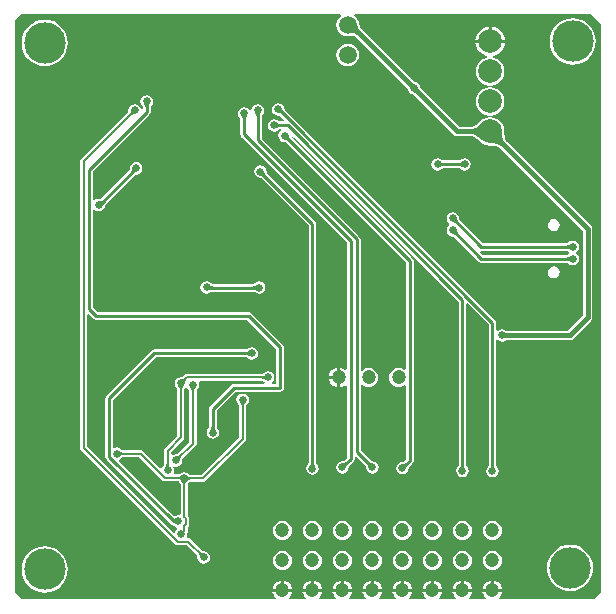
<source format=gbl>
G04*
G04 #@! TF.GenerationSoftware,Altium Limited,Altium Designer,18.1.8 (232)*
G04*
G04 Layer_Physical_Order=2*
G04 Layer_Color=16711680*
%FSLAX25Y25*%
%MOIN*%
G70*
G01*
G75*
%ADD10C,0.00984*%
%ADD11C,0.00787*%
%ADD32C,0.04724*%
%ADD78C,0.01575*%
%ADD80C,0.13780*%
%ADD81C,0.07874*%
%ADD82C,0.05906*%
%ADD83C,0.02559*%
G36*
X114466Y192313D02*
X114785Y191347D01*
X114905Y191068D01*
X115032Y190811D01*
X115166Y190577D01*
X115307Y190364D01*
X115455Y190173D01*
X115610Y190003D01*
X114783Y188603D01*
X114587Y188779D01*
X114378Y188928D01*
X114155Y189050D01*
X113920Y189145D01*
X113672Y189212D01*
X113411Y189252D01*
X113137Y189265D01*
X112849Y189251D01*
X112549Y189209D01*
X112236Y189140D01*
X114374Y192678D01*
X114466Y192313D01*
D02*
G37*
G36*
X132904Y172711D02*
X133305Y172364D01*
X133362Y172327D01*
X133411Y172300D01*
X133453Y172284D01*
X133487Y172280D01*
X132220Y171013D01*
X132215Y171047D01*
X132200Y171089D01*
X132173Y171138D01*
X132136Y171195D01*
X132088Y171260D01*
X131960Y171413D01*
X131789Y171596D01*
X131687Y171699D01*
X132801Y172813D01*
X132904Y172711D01*
D02*
G37*
G36*
X134784Y170953D02*
X134800Y170911D01*
X134827Y170862D01*
X134864Y170805D01*
X134912Y170740D01*
X135040Y170587D01*
X135211Y170404D01*
X135313Y170301D01*
X134199Y169187D01*
X134096Y169289D01*
X133695Y169636D01*
X133638Y169673D01*
X133589Y169700D01*
X133547Y169715D01*
X133513Y169720D01*
X134780Y170987D01*
X134784Y170953D01*
D02*
G37*
G36*
X89642Y163931D02*
X89671Y163824D01*
X89708Y163719D01*
X89751Y163616D01*
X89801Y163515D01*
X89859Y163416D01*
X89923Y163320D01*
X89994Y163226D01*
X90073Y163134D01*
X90158Y163044D01*
X89598Y162211D01*
X89505Y162298D01*
X89411Y162373D01*
X89315Y162437D01*
X89217Y162490D01*
X89117Y162531D01*
X89017Y162562D01*
X88914Y162581D01*
X88810Y162588D01*
X88705Y162585D01*
X88597Y162570D01*
X89620Y164041D01*
X89642Y163931D01*
D02*
G37*
G36*
X87995Y159319D02*
X88082Y159250D01*
X88173Y159190D01*
X88269Y159137D01*
X88370Y159093D01*
X88476Y159057D01*
X88587Y159028D01*
X88703Y159008D01*
X88823Y158996D01*
X88949Y158992D01*
Y158008D01*
X88823Y158004D01*
X88703Y157992D01*
X88587Y157972D01*
X88476Y157943D01*
X88370Y157907D01*
X88269Y157863D01*
X88173Y157810D01*
X88082Y157750D01*
X87995Y157681D01*
X87914Y157604D01*
Y159396D01*
X87995Y159319D01*
D02*
G37*
G36*
X156188Y153744D02*
X155807Y154118D01*
X155071Y154748D01*
X154717Y155004D01*
X154372Y155220D01*
X154035Y155398D01*
X153708Y155535D01*
X153390Y155634D01*
X153080Y155693D01*
X152780Y155713D01*
Y157287D01*
X153080Y157307D01*
X153390Y157366D01*
X153708Y157465D01*
X154035Y157602D01*
X154372Y157780D01*
X154717Y157996D01*
X155071Y158252D01*
X155435Y158547D01*
X156188Y159256D01*
Y153744D01*
D02*
G37*
G36*
X91783Y154875D02*
X91795Y154766D01*
X91817Y154658D01*
X91848Y154553D01*
X91888Y154450D01*
X91938Y154350D01*
X91996Y154251D01*
X92063Y154155D01*
X92140Y154061D01*
X92226Y153970D01*
X91530Y153274D01*
X91439Y153360D01*
X91345Y153437D01*
X91249Y153504D01*
X91150Y153562D01*
X91050Y153612D01*
X90947Y153652D01*
X90842Y153683D01*
X90734Y153705D01*
X90625Y153717D01*
X90513Y153720D01*
X91780Y154987D01*
X91783Y154875D01*
D02*
G37*
G36*
X162942Y155927D02*
X163017Y154961D01*
X163086Y154529D01*
X163178Y154132D01*
X163290Y153769D01*
X163424Y153440D01*
X163579Y153145D01*
X163756Y152885D01*
X163955Y152659D01*
X162841Y151545D01*
X162615Y151744D01*
X162355Y151920D01*
X162060Y152076D01*
X161731Y152210D01*
X161368Y152322D01*
X160971Y152414D01*
X160539Y152483D01*
X160073Y152531D01*
X159039Y152563D01*
X162937Y156461D01*
X162942Y155927D01*
D02*
G37*
G36*
X196000Y192000D02*
Y3000D01*
X193500Y500D01*
X162188D01*
X162018Y1000D01*
X162151Y1102D01*
X162690Y1804D01*
X163029Y2622D01*
X163079Y3000D01*
X156428D01*
X156478Y2622D01*
X156816Y1804D01*
X157355Y1102D01*
X157488Y1000D01*
X157319Y500D01*
X152188D01*
X152018Y1000D01*
X152151Y1102D01*
X152690Y1804D01*
X153029Y2622D01*
X153079Y3000D01*
X146428D01*
X146478Y2622D01*
X146817Y1804D01*
X147355Y1102D01*
X147488Y1000D01*
X147319Y500D01*
X142188D01*
X142018Y1000D01*
X142151Y1102D01*
X142690Y1804D01*
X143029Y2622D01*
X143079Y3000D01*
X136428D01*
X136478Y2622D01*
X136817Y1804D01*
X137355Y1102D01*
X137488Y1000D01*
X137319Y500D01*
X132188D01*
X132018Y1000D01*
X132151Y1102D01*
X132690Y1804D01*
X133029Y2622D01*
X133079Y3000D01*
X126428D01*
X126478Y2622D01*
X126816Y1804D01*
X127355Y1102D01*
X127488Y1000D01*
X127319Y500D01*
X122188D01*
X122018Y1000D01*
X122151Y1102D01*
X122690Y1804D01*
X123029Y2622D01*
X123079Y3000D01*
X116428D01*
X116478Y2622D01*
X116816Y1804D01*
X117355Y1102D01*
X117488Y1000D01*
X117319Y500D01*
X112188D01*
X112018Y1000D01*
X112151Y1102D01*
X112690Y1804D01*
X113029Y2622D01*
X113079Y3000D01*
X106428D01*
X106478Y2622D01*
X106816Y1804D01*
X107355Y1102D01*
X107488Y1000D01*
X107319Y500D01*
X102188D01*
X102018Y1000D01*
X102151Y1102D01*
X102690Y1804D01*
X103029Y2622D01*
X103079Y3000D01*
X96428D01*
X96478Y2622D01*
X96816Y1804D01*
X97355Y1102D01*
X97488Y1000D01*
X97319Y500D01*
X92188D01*
X92018Y1000D01*
X92151Y1102D01*
X92690Y1804D01*
X93029Y2622D01*
X93079Y3000D01*
X86428D01*
X86478Y2622D01*
X86817Y1804D01*
X87355Y1102D01*
X87488Y1000D01*
X87319Y500D01*
X3000D01*
X500Y3000D01*
Y193500D01*
X2500Y195500D01*
X109096D01*
X109266Y195000D01*
X108833Y194667D01*
X108233Y193886D01*
X107856Y192976D01*
X107728Y192000D01*
X107856Y191024D01*
X108233Y190114D01*
X108833Y189332D01*
X109614Y188733D01*
X110524Y188356D01*
X111500Y188228D01*
X112476Y188356D01*
X112554Y188388D01*
X112690Y188418D01*
X112924Y188451D01*
X113138Y188461D01*
X113331Y188452D01*
X113505Y188425D01*
X113665Y188382D01*
X113812Y188323D01*
X113951Y188247D01*
X114061Y188169D01*
X131409Y170820D01*
X131434Y170790D01*
X131553Y170194D01*
X132010Y169510D01*
X132694Y169053D01*
X133276Y168937D01*
X133397Y168832D01*
X146865Y155365D01*
X146865Y155365D01*
X147386Y155017D01*
X148000Y154894D01*
X148000Y154894D01*
X152982D01*
X153195Y154854D01*
X153433Y154780D01*
X153692Y154671D01*
X153971Y154524D01*
X154268Y154338D01*
X154574Y154117D01*
X155264Y153526D01*
X155518Y153277D01*
X155631Y153130D01*
X156617Y152373D01*
X157767Y151897D01*
X159000Y151735D01*
X159162Y151756D01*
X160020Y151730D01*
X160434Y151687D01*
X160817Y151625D01*
X161159Y151547D01*
X161460Y151453D01*
X161720Y151347D01*
X161940Y151231D01*
X162120Y151109D01*
X189894Y123335D01*
Y95165D01*
X184835Y90106D01*
X164351D01*
X164312Y90109D01*
X163806Y90447D01*
X163000Y90607D01*
X162194Y90447D01*
X161564Y90027D01*
X161064Y90155D01*
Y92746D01*
X160965Y93245D01*
X160682Y93668D01*
X90616Y163735D01*
X90578Y163785D01*
X90540Y163841D01*
X90508Y163896D01*
X90481Y163951D01*
X90458Y164006D01*
X90439Y164061D01*
X90424Y164117D01*
X90407Y164201D01*
X90378Y164270D01*
X90305Y164633D01*
X89848Y165317D01*
X89165Y165774D01*
X88358Y165934D01*
X87552Y165774D01*
X86868Y165317D01*
X86411Y164633D01*
X86251Y163827D01*
X86411Y163020D01*
X86868Y162337D01*
X87552Y161880D01*
X88358Y161719D01*
X88652Y161778D01*
X88708Y161775D01*
X88774Y161784D01*
X88794Y161785D01*
X88811Y161783D01*
X88828Y161780D01*
X88847Y161775D01*
X88871Y161765D01*
X88900Y161748D01*
X88936Y161725D01*
X90394Y160266D01*
X90203Y159805D01*
X88810D01*
X88756Y159814D01*
X88706Y159827D01*
X88662Y159842D01*
X88623Y159859D01*
X88588Y159878D01*
X88554Y159900D01*
X88546Y159907D01*
X88490Y159990D01*
X87806Y160447D01*
X87000Y160607D01*
X86194Y160447D01*
X85510Y159990D01*
X85053Y159307D01*
X84893Y158500D01*
X85053Y157694D01*
X85510Y157010D01*
X86194Y156553D01*
X87000Y156393D01*
X87806Y156553D01*
X88490Y157010D01*
X88546Y157093D01*
X88554Y157099D01*
X88588Y157122D01*
X88623Y157141D01*
X88662Y157158D01*
X88699Y157171D01*
X89169Y157182D01*
X89317Y156695D01*
X89010Y156490D01*
X88553Y155807D01*
X88393Y155000D01*
X88553Y154193D01*
X89010Y153510D01*
X89693Y153053D01*
X90500Y152893D01*
X90598Y152912D01*
X90609Y152911D01*
X90648Y152903D01*
X90687Y152891D01*
X90727Y152876D01*
X90768Y152856D01*
X90812Y152830D01*
X90857Y152798D01*
X130837Y112818D01*
Y77307D01*
X130337Y77060D01*
X130088Y77251D01*
X129322Y77569D01*
X128500Y77677D01*
X127678Y77569D01*
X126912Y77251D01*
X126254Y76746D01*
X125749Y76088D01*
X125432Y75322D01*
X125323Y74500D01*
X125432Y73678D01*
X125749Y72912D01*
X126254Y72254D01*
X126912Y71749D01*
X127678Y71431D01*
X128500Y71323D01*
X129322Y71431D01*
X130088Y71749D01*
X130337Y71940D01*
X130837Y71693D01*
Y47175D01*
X130111Y46449D01*
X130066Y46417D01*
X130022Y46391D01*
X129980Y46371D01*
X129941Y46355D01*
X129902Y46344D01*
X129862Y46336D01*
X129851Y46335D01*
X129753Y46354D01*
X128947Y46194D01*
X128263Y45737D01*
X127806Y45053D01*
X127646Y44247D01*
X127806Y43440D01*
X128263Y42756D01*
X128947Y42300D01*
X129753Y42139D01*
X130560Y42300D01*
X131244Y42756D01*
X131700Y43440D01*
X131861Y44247D01*
X131841Y44344D01*
X131843Y44355D01*
X131851Y44395D01*
X131862Y44434D01*
X131878Y44473D01*
X131898Y44515D01*
X131924Y44559D01*
X131956Y44604D01*
X133064Y45713D01*
X133347Y46136D01*
X133446Y46635D01*
Y113358D01*
X133347Y113857D01*
X133064Y114281D01*
X92868Y154477D01*
X92879Y154569D01*
X93405Y154750D01*
X148449Y99706D01*
Y45174D01*
X148439Y45120D01*
X148427Y45071D01*
X148412Y45027D01*
X148395Y44988D01*
X148375Y44952D01*
X148353Y44919D01*
X148346Y44910D01*
X148263Y44855D01*
X147806Y44171D01*
X147646Y43365D01*
X147806Y42558D01*
X148263Y41875D01*
X148947Y41418D01*
X149753Y41257D01*
X150560Y41418D01*
X151244Y41875D01*
X151700Y42558D01*
X151861Y43365D01*
X151700Y44171D01*
X151244Y44855D01*
X151161Y44910D01*
X151154Y44919D01*
X151131Y44952D01*
X151112Y44988D01*
X151095Y45027D01*
X151080Y45071D01*
X151067Y45120D01*
X151058Y45174D01*
Y98949D01*
X151520Y99141D01*
X158455Y92205D01*
Y45050D01*
X158446Y44996D01*
X158433Y44946D01*
X158418Y44903D01*
X158401Y44864D01*
X158382Y44828D01*
X158359Y44794D01*
X158353Y44786D01*
X158270Y44730D01*
X157813Y44047D01*
X157652Y43240D01*
X157813Y42434D01*
X158270Y41750D01*
X158953Y41293D01*
X159760Y41133D01*
X160566Y41293D01*
X161250Y41750D01*
X161707Y42434D01*
X161867Y43240D01*
X161707Y44047D01*
X161250Y44730D01*
X161167Y44786D01*
X161160Y44794D01*
X161138Y44828D01*
X161118Y44864D01*
X161101Y44903D01*
X161086Y44946D01*
X161074Y44996D01*
X161064Y45050D01*
Y86845D01*
X161564Y86973D01*
X162194Y86553D01*
X163000Y86393D01*
X163806Y86553D01*
X164300Y86883D01*
X164460Y86894D01*
X185500D01*
X185500Y86894D01*
X186115Y87017D01*
X186635Y87365D01*
X192635Y93365D01*
X192983Y93885D01*
X193106Y94500D01*
Y124000D01*
X193106Y124000D01*
X192983Y124615D01*
X192635Y125135D01*
X164391Y153380D01*
X164269Y153560D01*
X164153Y153780D01*
X164047Y154040D01*
X163953Y154341D01*
X163875Y154683D01*
X163815Y155056D01*
X163745Y155961D01*
X163741Y156317D01*
X163765Y156500D01*
X163603Y157733D01*
X163127Y158883D01*
X162370Y159870D01*
X161383Y160627D01*
X160233Y161103D01*
X159356Y161218D01*
X159132Y161248D01*
Y161752D01*
X159356Y161782D01*
X160233Y161897D01*
X161383Y162373D01*
X162370Y163130D01*
X163127Y164117D01*
X163603Y165267D01*
X163765Y166500D01*
X163603Y167733D01*
X163127Y168883D01*
X162370Y169869D01*
X161383Y170627D01*
X160233Y171103D01*
X159356Y171218D01*
X159132Y171248D01*
Y171752D01*
X159356Y171782D01*
X160233Y171897D01*
X161383Y172373D01*
X162370Y173131D01*
X163127Y174117D01*
X163603Y175267D01*
X163765Y176500D01*
X163603Y177733D01*
X163127Y178883D01*
X162370Y179869D01*
X161383Y180627D01*
X160233Y181103D01*
X159946Y181141D01*
Y181645D01*
X160289Y181690D01*
X161490Y182187D01*
X162521Y182979D01*
X163312Y184010D01*
X163810Y185211D01*
X163914Y186000D01*
X159000D01*
X154086D01*
X154190Y185211D01*
X154688Y184010D01*
X155479Y182979D01*
X156510Y182187D01*
X157711Y181690D01*
X158054Y181645D01*
Y181141D01*
X157767Y181103D01*
X156617Y180627D01*
X155631Y179869D01*
X154873Y178883D01*
X154397Y177733D01*
X154235Y176500D01*
X154397Y175267D01*
X154873Y174117D01*
X155631Y173131D01*
X156617Y172373D01*
X157767Y171897D01*
X158644Y171782D01*
X158868Y171752D01*
Y171248D01*
X158644Y171218D01*
X157767Y171103D01*
X156617Y170627D01*
X155631Y169869D01*
X154873Y168883D01*
X154397Y167733D01*
X154235Y166500D01*
X154397Y165267D01*
X154873Y164117D01*
X155631Y163130D01*
X156617Y162373D01*
X157767Y161897D01*
X158644Y161782D01*
X158868Y161752D01*
Y161248D01*
X158644Y161218D01*
X157767Y161103D01*
X156617Y160627D01*
X155631Y159870D01*
X155531Y159740D01*
X154906Y159152D01*
X154583Y158889D01*
X154268Y158662D01*
X153971Y158476D01*
X153692Y158329D01*
X153433Y158220D01*
X153195Y158146D01*
X152982Y158106D01*
X148665D01*
X135591Y171180D01*
X135566Y171210D01*
X135447Y171807D01*
X134990Y172490D01*
X134307Y172947D01*
X133724Y173063D01*
X133603Y173168D01*
X116033Y190737D01*
X115960Y190832D01*
X115850Y190998D01*
X115741Y191189D01*
X115634Y191406D01*
X115536Y191632D01*
X115237Y192537D01*
X115163Y192833D01*
X115144Y192976D01*
X114767Y193886D01*
X114167Y194667D01*
X113734Y195000D01*
X113904Y195500D01*
X192500D01*
X196000Y192000D01*
D02*
G37*
G36*
X163942Y89375D02*
X163982Y89357D01*
X164036Y89340D01*
X164103Y89326D01*
X164182Y89315D01*
X164381Y89297D01*
X164631Y89289D01*
X164776Y89287D01*
Y87713D01*
X164631Y87712D01*
X164103Y87674D01*
X164036Y87660D01*
X163982Y87643D01*
X163942Y87625D01*
X163914Y87604D01*
Y89396D01*
X163942Y89375D01*
D02*
G37*
G36*
X150250Y45188D02*
X150262Y45068D01*
X150282Y44952D01*
X150310Y44841D01*
X150346Y44735D01*
X150391Y44634D01*
X150443Y44538D01*
X150504Y44447D01*
X150572Y44360D01*
X150649Y44278D01*
X148858D01*
X148934Y44360D01*
X149003Y44447D01*
X149064Y44538D01*
X149116Y44634D01*
X149160Y44735D01*
X149197Y44841D01*
X149225Y44952D01*
X149245Y45068D01*
X149257Y45188D01*
X149261Y45314D01*
X150245D01*
X150250Y45188D01*
D02*
G37*
G36*
X131479Y45277D02*
X131394Y45185D01*
X131317Y45091D01*
X131249Y44995D01*
X131191Y44897D01*
X131142Y44796D01*
X131102Y44693D01*
X131071Y44588D01*
X131049Y44481D01*
X131036Y44371D01*
X131033Y44259D01*
X129766Y45526D01*
X129878Y45529D01*
X129988Y45542D01*
X130095Y45564D01*
X130200Y45595D01*
X130303Y45635D01*
X130404Y45684D01*
X130502Y45742D01*
X130598Y45810D01*
X130692Y45887D01*
X130783Y45973D01*
X131479Y45277D01*
D02*
G37*
G36*
X160256Y45064D02*
X160268Y44943D01*
X160288Y44827D01*
X160317Y44716D01*
X160353Y44611D01*
X160397Y44509D01*
X160450Y44413D01*
X160510Y44322D01*
X160579Y44236D01*
X160655Y44154D01*
X158864D01*
X158941Y44236D01*
X159009Y44322D01*
X159070Y44413D01*
X159122Y44509D01*
X159167Y44611D01*
X159203Y44716D01*
X159231Y44827D01*
X159251Y44943D01*
X159264Y45064D01*
X159268Y45189D01*
X160252D01*
X160256Y45064D01*
D02*
G37*
%LPC*%
G36*
X159500Y191414D02*
Y187000D01*
X163914D01*
X163810Y187789D01*
X163312Y188990D01*
X162521Y190021D01*
X161490Y190813D01*
X160289Y191310D01*
X159500Y191414D01*
D02*
G37*
G36*
X158500D02*
X157711Y191310D01*
X156510Y190813D01*
X155479Y190021D01*
X154688Y188990D01*
X154190Y187789D01*
X154086Y187000D01*
X158500D01*
Y191414D01*
D02*
G37*
G36*
X186500Y194214D02*
X184995Y194066D01*
X183548Y193627D01*
X182214Y192914D01*
X181045Y191955D01*
X180086Y190786D01*
X179373Y189452D01*
X178934Y188005D01*
X178786Y186500D01*
X178934Y184995D01*
X179373Y183548D01*
X180086Y182214D01*
X181045Y181045D01*
X182214Y180086D01*
X183548Y179373D01*
X184995Y178934D01*
X186500Y178786D01*
X188005Y178934D01*
X189452Y179373D01*
X190786Y180086D01*
X191955Y181045D01*
X192914Y182214D01*
X193627Y183548D01*
X194066Y184995D01*
X194214Y186500D01*
X194066Y188005D01*
X193627Y189452D01*
X192914Y190786D01*
X191955Y191955D01*
X190786Y192914D01*
X189452Y193627D01*
X188005Y194066D01*
X186500Y194214D01*
D02*
G37*
G36*
X10500Y193714D02*
X8995Y193566D01*
X7548Y193127D01*
X6214Y192414D01*
X5045Y191455D01*
X4086Y190286D01*
X3373Y188952D01*
X2934Y187505D01*
X2786Y186000D01*
X2934Y184495D01*
X3373Y183048D01*
X4086Y181714D01*
X5045Y180545D01*
X6214Y179586D01*
X7548Y178873D01*
X8995Y178434D01*
X10500Y178286D01*
X12005Y178434D01*
X13452Y178873D01*
X14786Y179586D01*
X15955Y180545D01*
X16914Y181714D01*
X17627Y183048D01*
X18066Y184495D01*
X18214Y186000D01*
X18066Y187505D01*
X17627Y188952D01*
X16914Y190286D01*
X15955Y191455D01*
X14786Y192414D01*
X13452Y193127D01*
X12005Y193566D01*
X10500Y193714D01*
D02*
G37*
G36*
X111500Y185772D02*
X110524Y185644D01*
X109614Y185267D01*
X108833Y184668D01*
X108233Y183886D01*
X107856Y182976D01*
X107728Y182000D01*
X107856Y181024D01*
X108233Y180114D01*
X108833Y179332D01*
X109614Y178733D01*
X110524Y178356D01*
X111500Y178228D01*
X112476Y178356D01*
X113386Y178733D01*
X114167Y179332D01*
X114767Y180114D01*
X115144Y181024D01*
X115272Y182000D01*
X115144Y182976D01*
X114767Y183886D01*
X114167Y184668D01*
X113386Y185267D01*
X112476Y185644D01*
X111500Y185772D01*
D02*
G37*
G36*
X44500Y168607D02*
X43694Y168447D01*
X43010Y167990D01*
X42553Y167306D01*
X42393Y166500D01*
X42553Y165693D01*
X43010Y165010D01*
X43093Y164954D01*
X43099Y164946D01*
X43122Y164912D01*
X43141Y164876D01*
X43158Y164838D01*
X43173Y164794D01*
X43186Y164744D01*
X43195Y164690D01*
Y163893D01*
X43056Y163806D01*
X42499Y164046D01*
X42447Y164306D01*
X41990Y164990D01*
X41306Y165447D01*
X40500Y165607D01*
X39693Y165447D01*
X39010Y164990D01*
X38553Y164306D01*
X38393Y163500D01*
X38415Y163386D01*
X38409Y163313D01*
X38398Y163244D01*
X38384Y163183D01*
X38368Y163131D01*
X38349Y163086D01*
X38329Y163046D01*
X38306Y163010D01*
X38303Y163006D01*
X22648Y147352D01*
X22387Y146961D01*
X22296Y146500D01*
X22296Y146500D01*
Y51050D01*
X22296Y51050D01*
X22387Y50589D01*
X22648Y50199D01*
X54022Y18826D01*
X54022Y18826D01*
X54412Y18565D01*
X54873Y18473D01*
X54873Y18473D01*
X57824D01*
X61303Y14994D01*
X61306Y14990D01*
X61329Y14954D01*
X61349Y14914D01*
X61368Y14869D01*
X61384Y14817D01*
X61398Y14756D01*
X61409Y14687D01*
X61415Y14614D01*
X61393Y14500D01*
X61553Y13693D01*
X62010Y13010D01*
X62694Y12553D01*
X63500Y12393D01*
X64306Y12553D01*
X64990Y13010D01*
X65447Y13693D01*
X65607Y14500D01*
X65447Y15306D01*
X64990Y15990D01*
X64306Y16447D01*
X63500Y16607D01*
X63386Y16585D01*
X63313Y16591D01*
X63244Y16602D01*
X63184Y16616D01*
X63131Y16632D01*
X63086Y16651D01*
X63046Y16671D01*
X63010Y16694D01*
X63006Y16697D01*
X59174Y20529D01*
X58784Y20790D01*
X58323Y20881D01*
X58323Y20881D01*
X58069D01*
X57876Y21243D01*
X57849Y21381D01*
X58000Y22138D01*
X57926Y22506D01*
X58113Y22785D01*
X58204Y23246D01*
Y24521D01*
X58312Y24629D01*
X58573Y25020D01*
X58665Y25481D01*
X58665Y25481D01*
Y27519D01*
X58665Y27519D01*
X58573Y27980D01*
X58312Y28371D01*
X58204Y28479D01*
Y38897D01*
X58205Y38902D01*
X58214Y38944D01*
X58228Y38987D01*
X58247Y39032D01*
X58272Y39080D01*
X58305Y39133D01*
X58346Y39189D01*
X58394Y39245D01*
X58490Y39310D01*
X58555Y39406D01*
X58611Y39454D01*
X58667Y39495D01*
X58720Y39528D01*
X58768Y39553D01*
X58814Y39572D01*
X58856Y39586D01*
X58898Y39595D01*
X58903Y39596D01*
X63300D01*
X63300Y39596D01*
X63761Y39687D01*
X64152Y39948D01*
X77399Y53196D01*
X77660Y53586D01*
X77751Y54047D01*
Y65097D01*
X77752Y65102D01*
X77762Y65144D01*
X77775Y65187D01*
X77794Y65232D01*
X77819Y65280D01*
X77852Y65333D01*
X77893Y65389D01*
X77941Y65445D01*
X78037Y65510D01*
X78494Y66193D01*
X78655Y67000D01*
X78494Y67807D01*
X78037Y68490D01*
X77354Y68947D01*
X76547Y69107D01*
X75741Y68947D01*
X75057Y68490D01*
X74600Y67807D01*
X74440Y67000D01*
X74600Y66193D01*
X75057Y65510D01*
X75153Y65445D01*
X75201Y65389D01*
X75242Y65333D01*
X75275Y65280D01*
X75300Y65232D01*
X75319Y65187D01*
X75333Y65144D01*
X75342Y65102D01*
X75343Y65097D01*
Y54546D01*
X62801Y42004D01*
X58903D01*
X58898Y42005D01*
X58856Y42014D01*
X58813Y42028D01*
X58768Y42047D01*
X58720Y42072D01*
X58667Y42105D01*
X58611Y42146D01*
X58555Y42194D01*
X58490Y42290D01*
X57806Y42747D01*
X57000Y42907D01*
X56194Y42747D01*
X55905Y42554D01*
X55842Y42530D01*
X55628Y42395D01*
X55555Y42356D01*
X55479Y42321D01*
X55408Y42292D01*
X55342Y42271D01*
X55280Y42255D01*
X55223Y42244D01*
X55217Y42244D01*
X53677D01*
X53484Y42605D01*
X53457Y42744D01*
X53607Y43500D01*
X53447Y44306D01*
X53385Y44399D01*
X53696Y44834D01*
X54317Y44710D01*
X55124Y44870D01*
X55808Y45327D01*
X56264Y46011D01*
X56425Y46817D01*
X56402Y46931D01*
X56408Y47005D01*
X56419Y47074D01*
X56433Y47134D01*
X56450Y47186D01*
X56468Y47231D01*
X56489Y47271D01*
X56512Y47308D01*
X56515Y47311D01*
X60757Y51554D01*
X61018Y51945D01*
X61110Y52406D01*
X61110Y52406D01*
Y70097D01*
X61110Y70102D01*
X61120Y70144D01*
X61134Y70187D01*
X61152Y70232D01*
X61178Y70280D01*
X61210Y70333D01*
X61252Y70389D01*
X61299Y70445D01*
X61396Y70510D01*
X61853Y71193D01*
X62013Y72000D01*
X61855Y72796D01*
X61838Y72886D01*
X62122Y73296D01*
X83097D01*
X83102Y73295D01*
X83144Y73286D01*
X83187Y73272D01*
X83232Y73253D01*
X83280Y73228D01*
X83333Y73195D01*
X83389Y73154D01*
X83445Y73106D01*
X83510Y73010D01*
X83817Y72805D01*
X83665Y72305D01*
X73500D01*
X73001Y72205D01*
X72578Y71922D01*
X65675Y65019D01*
X65392Y64596D01*
X65292Y64097D01*
Y57917D01*
X65283Y57863D01*
X65270Y57814D01*
X65255Y57770D01*
X65238Y57731D01*
X65219Y57696D01*
X65196Y57662D01*
X65190Y57653D01*
X65107Y57598D01*
X64650Y56914D01*
X64490Y56108D01*
X64650Y55301D01*
X65107Y54618D01*
X65790Y54161D01*
X66597Y54000D01*
X67403Y54161D01*
X68087Y54618D01*
X68544Y55301D01*
X68704Y56108D01*
X68544Y56914D01*
X68087Y57598D01*
X68004Y57653D01*
X67997Y57662D01*
X67975Y57696D01*
X67956Y57731D01*
X67939Y57770D01*
X67924Y57814D01*
X67911Y57863D01*
X67901Y57917D01*
Y63557D01*
X74040Y69695D01*
X89000D01*
X89499Y69795D01*
X89922Y70078D01*
X90205Y70501D01*
X90305Y71000D01*
Y84500D01*
X90205Y84999D01*
X89922Y85422D01*
X79422Y95922D01*
X78999Y96205D01*
X78500Y96305D01*
X28040D01*
X26478Y97867D01*
Y130406D01*
X26978Y130558D01*
X27010Y130510D01*
X27694Y130053D01*
X28500Y129893D01*
X29307Y130053D01*
X29990Y130510D01*
X30447Y131193D01*
X30524Y131578D01*
X30552Y131649D01*
X30568Y131733D01*
X30583Y131789D01*
X30601Y131843D01*
X30623Y131897D01*
X30650Y131950D01*
X30681Y132005D01*
X30718Y132060D01*
X30756Y132111D01*
X40643Y141998D01*
X40688Y142030D01*
X40732Y142056D01*
X40773Y142076D01*
X40813Y142091D01*
X40852Y142103D01*
X40892Y142111D01*
X40902Y142112D01*
X41000Y142093D01*
X41807Y142253D01*
X42490Y142710D01*
X42947Y143394D01*
X43107Y144200D01*
X42947Y145007D01*
X42490Y145690D01*
X41807Y146147D01*
X41000Y146307D01*
X40194Y146147D01*
X39510Y145690D01*
X39053Y145007D01*
X38893Y144200D01*
X38912Y144102D01*
X38911Y144091D01*
X38903Y144052D01*
X38891Y144013D01*
X38876Y143973D01*
X38856Y143932D01*
X38830Y143888D01*
X38798Y143843D01*
X29064Y134109D01*
X29028Y134085D01*
X28998Y134069D01*
X28973Y134058D01*
X28952Y134052D01*
X28934Y134048D01*
X28916Y134047D01*
X28894Y134047D01*
X28827Y134056D01*
X28776Y134053D01*
X28500Y134107D01*
X27694Y133947D01*
X27010Y133490D01*
X26978Y133442D01*
X26478Y133594D01*
Y143133D01*
X45423Y162077D01*
X45705Y162501D01*
X45805Y163000D01*
Y164690D01*
X45814Y164744D01*
X45827Y164794D01*
X45842Y164838D01*
X45859Y164876D01*
X45878Y164912D01*
X45900Y164946D01*
X45907Y164954D01*
X45990Y165010D01*
X46447Y165693D01*
X46607Y166500D01*
X46447Y167306D01*
X45990Y167990D01*
X45307Y168447D01*
X44500Y168607D01*
D02*
G37*
G36*
X81500Y165607D02*
X80694Y165447D01*
X80010Y164990D01*
X79553Y164306D01*
X79393Y163500D01*
X79401Y163459D01*
X78947Y163306D01*
X78490Y163990D01*
X77807Y164447D01*
X77000Y164607D01*
X76193Y164447D01*
X75510Y163990D01*
X75053Y163306D01*
X74893Y162500D01*
X75053Y161694D01*
X75510Y161010D01*
X75593Y160954D01*
X75599Y160946D01*
X75622Y160912D01*
X75641Y160877D01*
X75658Y160838D01*
X75673Y160794D01*
X75686Y160745D01*
X75695Y160690D01*
Y155500D01*
X75795Y155001D01*
X76078Y154578D01*
X111195Y119460D01*
Y77300D01*
X110695Y77053D01*
X110196Y77437D01*
X109378Y77776D01*
X109000Y77825D01*
Y74500D01*
Y71175D01*
X109378Y71224D01*
X110196Y71563D01*
X110695Y71947D01*
X111195Y71700D01*
Y47774D01*
X110117Y46696D01*
X110072Y46664D01*
X110028Y46638D01*
X109987Y46618D01*
X109947Y46602D01*
X109908Y46591D01*
X109868Y46583D01*
X109858Y46582D01*
X109760Y46601D01*
X108953Y46441D01*
X108270Y45984D01*
X107813Y45300D01*
X107652Y44494D01*
X107813Y43687D01*
X108270Y43003D01*
X108953Y42547D01*
X109760Y42386D01*
X110566Y42547D01*
X111250Y43003D01*
X111707Y43687D01*
X111867Y44494D01*
X111848Y44592D01*
X111849Y44602D01*
X111857Y44642D01*
X111869Y44681D01*
X111884Y44721D01*
X111904Y44762D01*
X111930Y44806D01*
X111962Y44851D01*
X113423Y46311D01*
X113705Y46735D01*
X113805Y47234D01*
Y47944D01*
X114267Y48136D01*
X117551Y44851D01*
X117583Y44806D01*
X117609Y44762D01*
X117629Y44721D01*
X117645Y44681D01*
X117656Y44642D01*
X117664Y44602D01*
X117666Y44592D01*
X117646Y44494D01*
X117806Y43687D01*
X118263Y43003D01*
X118947Y42547D01*
X119753Y42386D01*
X120560Y42547D01*
X121244Y43003D01*
X121700Y43687D01*
X121861Y44494D01*
X121700Y45300D01*
X121244Y45984D01*
X120560Y46441D01*
X119753Y46601D01*
X119656Y46582D01*
X119645Y46583D01*
X119605Y46591D01*
X119566Y46602D01*
X119527Y46618D01*
X119485Y46638D01*
X119441Y46664D01*
X119396Y46696D01*
X115805Y50287D01*
Y72101D01*
X115856Y72119D01*
X116305Y72215D01*
X116912Y71749D01*
X117678Y71431D01*
X118500Y71323D01*
X119322Y71431D01*
X120088Y71749D01*
X120746Y72254D01*
X121251Y72912D01*
X121569Y73678D01*
X121677Y74500D01*
X121569Y75322D01*
X121251Y76088D01*
X120746Y76746D01*
X120088Y77251D01*
X119322Y77569D01*
X118500Y77677D01*
X117678Y77569D01*
X116912Y77251D01*
X116305Y76785D01*
X115856Y76881D01*
X115805Y76899D01*
Y120505D01*
X115705Y121005D01*
X115422Y121428D01*
X82805Y154046D01*
Y161690D01*
X82814Y161744D01*
X82827Y161794D01*
X82842Y161838D01*
X82859Y161876D01*
X82878Y161912D01*
X82901Y161946D01*
X82907Y161954D01*
X82990Y162010D01*
X83447Y162694D01*
X83607Y163500D01*
X83447Y164306D01*
X82990Y164990D01*
X82306Y165447D01*
X81500Y165607D01*
D02*
G37*
G36*
X150454Y147607D02*
X149648Y147447D01*
X148964Y146990D01*
X148909Y146907D01*
X148900Y146900D01*
X148866Y146878D01*
X148831Y146859D01*
X148792Y146842D01*
X148748Y146827D01*
X148699Y146814D01*
X148645Y146805D01*
X143310D01*
X143255Y146814D01*
X143206Y146827D01*
X143162Y146842D01*
X143123Y146859D01*
X143088Y146878D01*
X143054Y146900D01*
X143046Y146907D01*
X142990Y146990D01*
X142306Y147447D01*
X141500Y147607D01*
X140693Y147447D01*
X140010Y146990D01*
X139553Y146307D01*
X139393Y145500D01*
X139553Y144694D01*
X140010Y144010D01*
X140693Y143553D01*
X141500Y143393D01*
X142306Y143553D01*
X142990Y144010D01*
X143046Y144093D01*
X143054Y144099D01*
X143088Y144122D01*
X143123Y144141D01*
X143162Y144158D01*
X143206Y144173D01*
X143255Y144186D01*
X143310Y144195D01*
X148645D01*
X148699Y144186D01*
X148748Y144173D01*
X148792Y144158D01*
X148831Y144141D01*
X148866Y144122D01*
X148900Y144099D01*
X148909Y144093D01*
X148964Y144010D01*
X149648Y143553D01*
X150454Y143393D01*
X151261Y143553D01*
X151944Y144010D01*
X152401Y144694D01*
X152562Y145500D01*
X152401Y146307D01*
X151944Y146990D01*
X151261Y147447D01*
X150454Y147607D01*
D02*
G37*
G36*
X180205Y127287D02*
X179437Y127134D01*
X178786Y126699D01*
X178350Y126048D01*
X178198Y125279D01*
X178350Y124512D01*
X178786Y123860D01*
X179437Y123425D01*
X180205Y123273D01*
X180973Y123425D01*
X181624Y123860D01*
X182059Y124512D01*
X182212Y125279D01*
X182059Y126048D01*
X181624Y126699D01*
X180973Y127134D01*
X180205Y127287D01*
D02*
G37*
G36*
X146557Y129607D02*
X145750Y129447D01*
X145066Y128990D01*
X144610Y128306D01*
X144449Y127500D01*
X144610Y126693D01*
X145066Y126010D01*
X145379Y125801D01*
Y125199D01*
X145066Y124990D01*
X144610Y124306D01*
X144449Y123500D01*
X144610Y122694D01*
X145066Y122010D01*
X145750Y121553D01*
X146557Y121393D01*
X146654Y121412D01*
X146665Y121411D01*
X146705Y121403D01*
X146744Y121391D01*
X146783Y121376D01*
X146825Y121356D01*
X146869Y121329D01*
X146914Y121298D01*
X155134Y113077D01*
X155557Y112795D01*
X156057Y112695D01*
X184690D01*
X184745Y112686D01*
X184794Y112673D01*
X184838Y112658D01*
X184877Y112641D01*
X184912Y112622D01*
X184946Y112600D01*
X184954Y112593D01*
X185010Y112510D01*
X185694Y112053D01*
X186500Y111893D01*
X187306Y112053D01*
X187990Y112510D01*
X188447Y113194D01*
X188607Y114000D01*
X188447Y114806D01*
X187990Y115490D01*
X187677Y115699D01*
Y116301D01*
X187990Y116510D01*
X188447Y117193D01*
X188607Y118000D01*
X188447Y118807D01*
X187990Y119490D01*
X187306Y119947D01*
X186500Y120107D01*
X185694Y119947D01*
X185010Y119490D01*
X184954Y119407D01*
X184946Y119401D01*
X184912Y119378D01*
X184877Y119359D01*
X184838Y119342D01*
X184794Y119327D01*
X184745Y119314D01*
X184690Y119305D01*
X156597D01*
X148759Y127143D01*
X148727Y127188D01*
X148701Y127232D01*
X148681Y127273D01*
X148665Y127313D01*
X148654Y127352D01*
X148646Y127392D01*
X148644Y127402D01*
X148664Y127500D01*
X148504Y128306D01*
X148047Y128990D01*
X147363Y129447D01*
X146557Y129607D01*
D02*
G37*
G36*
X180205Y111539D02*
X179437Y111386D01*
X178786Y110951D01*
X178350Y110300D01*
X178198Y109531D01*
X178350Y108763D01*
X178786Y108112D01*
X179437Y107677D01*
X180205Y107524D01*
X180973Y107677D01*
X181624Y108112D01*
X182059Y108763D01*
X182212Y109531D01*
X182059Y110300D01*
X181624Y110951D01*
X180973Y111386D01*
X180205Y111539D01*
D02*
G37*
G36*
X64500Y106607D02*
X63693Y106447D01*
X63010Y105990D01*
X62553Y105306D01*
X62393Y104500D01*
X62553Y103693D01*
X63010Y103010D01*
X63693Y102553D01*
X64500Y102393D01*
X65307Y102553D01*
X65990Y103010D01*
X66002Y103027D01*
X66007Y103030D01*
X66050Y103052D01*
X66097Y103070D01*
X66148Y103086D01*
X66203Y103099D01*
X66262Y103109D01*
X80190D01*
X80244Y103099D01*
X80294Y103087D01*
X80338Y103072D01*
X80376Y103055D01*
X80412Y103035D01*
X80446Y103013D01*
X80454Y103006D01*
X80510Y102923D01*
X81194Y102466D01*
X82000Y102306D01*
X82806Y102466D01*
X83490Y102923D01*
X83947Y103607D01*
X84107Y104413D01*
X83947Y105220D01*
X83490Y105903D01*
X82806Y106360D01*
X82000Y106521D01*
X81194Y106360D01*
X80510Y105903D01*
X80454Y105821D01*
X80446Y105814D01*
X80412Y105791D01*
X80376Y105772D01*
X80338Y105755D01*
X80294Y105740D01*
X80244Y105727D01*
X80190Y105718D01*
X66349D01*
X66299Y105727D01*
X66256Y105739D01*
X66220Y105752D01*
X66189Y105767D01*
X66161Y105784D01*
X66135Y105803D01*
X66109Y105826D01*
X66076Y105861D01*
X65990Y105990D01*
X65307Y106447D01*
X64500Y106607D01*
D02*
G37*
G36*
X108000Y77825D02*
X107622Y77776D01*
X106804Y77437D01*
X106102Y76898D01*
X105563Y76196D01*
X105224Y75378D01*
X105175Y75000D01*
X108000D01*
Y77825D01*
D02*
G37*
G36*
Y74000D02*
X105175D01*
X105224Y73622D01*
X105563Y72804D01*
X106102Y72102D01*
X106804Y71563D01*
X107622Y71224D01*
X108000Y71175D01*
Y74000D01*
D02*
G37*
G36*
X82413Y145194D02*
X81607Y145034D01*
X80923Y144577D01*
X80466Y143893D01*
X80306Y143087D01*
X80466Y142280D01*
X80923Y141596D01*
X81607Y141140D01*
X82413Y140979D01*
X82511Y140999D01*
X82522Y140998D01*
X82562Y140989D01*
X82601Y140978D01*
X82640Y140962D01*
X82682Y140942D01*
X82726Y140916D01*
X82771Y140884D01*
X98449Y125206D01*
Y45921D01*
X98439Y45867D01*
X98427Y45818D01*
X98412Y45774D01*
X98395Y45735D01*
X98375Y45700D01*
X98353Y45666D01*
X98346Y45657D01*
X98263Y45602D01*
X97806Y44918D01*
X97646Y44112D01*
X97806Y43305D01*
X98263Y42621D01*
X98947Y42165D01*
X99753Y42004D01*
X100560Y42165D01*
X101244Y42621D01*
X101700Y43305D01*
X101861Y44112D01*
X101700Y44918D01*
X101244Y45602D01*
X101161Y45657D01*
X101154Y45666D01*
X101131Y45700D01*
X101112Y45735D01*
X101095Y45774D01*
X101080Y45818D01*
X101067Y45867D01*
X101058Y45921D01*
Y125747D01*
X100959Y126246D01*
X100676Y126669D01*
X84615Y142729D01*
X84584Y142774D01*
X84558Y142818D01*
X84538Y142860D01*
X84522Y142899D01*
X84511Y142938D01*
X84503Y142978D01*
X84501Y142989D01*
X84521Y143087D01*
X84360Y143893D01*
X83903Y144577D01*
X83220Y145034D01*
X82413Y145194D01*
D02*
G37*
G36*
X159753Y26677D02*
X158931Y26568D01*
X158165Y26251D01*
X157507Y25746D01*
X157002Y25088D01*
X156685Y24322D01*
X156577Y23500D01*
X156685Y22678D01*
X157002Y21912D01*
X157507Y21254D01*
X158165Y20749D01*
X158931Y20432D01*
X159753Y20323D01*
X160576Y20432D01*
X161342Y20749D01*
X162000Y21254D01*
X162505Y21912D01*
X162822Y22678D01*
X162930Y23500D01*
X162822Y24322D01*
X162505Y25088D01*
X162000Y25746D01*
X161342Y26251D01*
X160576Y26568D01*
X159753Y26677D01*
D02*
G37*
G36*
X149753D02*
X148931Y26568D01*
X148165Y26251D01*
X147507Y25746D01*
X147002Y25088D01*
X146685Y24322D01*
X146577Y23500D01*
X146685Y22678D01*
X147002Y21912D01*
X147507Y21254D01*
X148165Y20749D01*
X148931Y20432D01*
X149753Y20323D01*
X150576Y20432D01*
X151342Y20749D01*
X152000Y21254D01*
X152505Y21912D01*
X152822Y22678D01*
X152930Y23500D01*
X152822Y24322D01*
X152505Y25088D01*
X152000Y25746D01*
X151342Y26251D01*
X150576Y26568D01*
X149753Y26677D01*
D02*
G37*
G36*
X139753D02*
X138931Y26568D01*
X138165Y26251D01*
X137507Y25746D01*
X137002Y25088D01*
X136685Y24322D01*
X136577Y23500D01*
X136685Y22678D01*
X137002Y21912D01*
X137507Y21254D01*
X138165Y20749D01*
X138931Y20432D01*
X139753Y20323D01*
X140576Y20432D01*
X141342Y20749D01*
X142000Y21254D01*
X142505Y21912D01*
X142822Y22678D01*
X142930Y23500D01*
X142822Y24322D01*
X142505Y25088D01*
X142000Y25746D01*
X141342Y26251D01*
X140576Y26568D01*
X139753Y26677D01*
D02*
G37*
G36*
X129753D02*
X128931Y26568D01*
X128165Y26251D01*
X127507Y25746D01*
X127002Y25088D01*
X126685Y24322D01*
X126577Y23500D01*
X126685Y22678D01*
X127002Y21912D01*
X127507Y21254D01*
X128165Y20749D01*
X128931Y20432D01*
X129753Y20323D01*
X130576Y20432D01*
X131342Y20749D01*
X132000Y21254D01*
X132505Y21912D01*
X132822Y22678D01*
X132930Y23500D01*
X132822Y24322D01*
X132505Y25088D01*
X132000Y25746D01*
X131342Y26251D01*
X130576Y26568D01*
X129753Y26677D01*
D02*
G37*
G36*
X119753D02*
X118931Y26568D01*
X118165Y26251D01*
X117507Y25746D01*
X117002Y25088D01*
X116685Y24322D01*
X116577Y23500D01*
X116685Y22678D01*
X117002Y21912D01*
X117507Y21254D01*
X118165Y20749D01*
X118931Y20432D01*
X119753Y20323D01*
X120576Y20432D01*
X121342Y20749D01*
X122000Y21254D01*
X122505Y21912D01*
X122822Y22678D01*
X122930Y23500D01*
X122822Y24322D01*
X122505Y25088D01*
X122000Y25746D01*
X121342Y26251D01*
X120576Y26568D01*
X119753Y26677D01*
D02*
G37*
G36*
X109753D02*
X108931Y26568D01*
X108165Y26251D01*
X107507Y25746D01*
X107002Y25088D01*
X106685Y24322D01*
X106577Y23500D01*
X106685Y22678D01*
X107002Y21912D01*
X107507Y21254D01*
X108165Y20749D01*
X108931Y20432D01*
X109753Y20323D01*
X110576Y20432D01*
X111342Y20749D01*
X112000Y21254D01*
X112505Y21912D01*
X112822Y22678D01*
X112930Y23500D01*
X112822Y24322D01*
X112505Y25088D01*
X112000Y25746D01*
X111342Y26251D01*
X110576Y26568D01*
X109753Y26677D01*
D02*
G37*
G36*
X99753D02*
X98931Y26568D01*
X98165Y26251D01*
X97507Y25746D01*
X97002Y25088D01*
X96685Y24322D01*
X96577Y23500D01*
X96685Y22678D01*
X97002Y21912D01*
X97507Y21254D01*
X98165Y20749D01*
X98931Y20432D01*
X99753Y20323D01*
X100576Y20432D01*
X101342Y20749D01*
X102000Y21254D01*
X102505Y21912D01*
X102822Y22678D01*
X102930Y23500D01*
X102822Y24322D01*
X102505Y25088D01*
X102000Y25746D01*
X101342Y26251D01*
X100576Y26568D01*
X99753Y26677D01*
D02*
G37*
G36*
X89753D02*
X88931Y26568D01*
X88165Y26251D01*
X87507Y25746D01*
X87002Y25088D01*
X86685Y24322D01*
X86577Y23500D01*
X86685Y22678D01*
X87002Y21912D01*
X87507Y21254D01*
X88165Y20749D01*
X88931Y20432D01*
X89753Y20323D01*
X90576Y20432D01*
X91342Y20749D01*
X92000Y21254D01*
X92505Y21912D01*
X92822Y22678D01*
X92930Y23500D01*
X92822Y24322D01*
X92505Y25088D01*
X92000Y25746D01*
X91342Y26251D01*
X90576Y26568D01*
X89753Y26677D01*
D02*
G37*
G36*
X159753Y16677D02*
X158931Y16568D01*
X158165Y16251D01*
X157507Y15746D01*
X157002Y15088D01*
X156685Y14322D01*
X156577Y13500D01*
X156685Y12678D01*
X157002Y11912D01*
X157507Y11254D01*
X158165Y10749D01*
X158931Y10431D01*
X159753Y10323D01*
X160576Y10431D01*
X161342Y10749D01*
X162000Y11254D01*
X162505Y11912D01*
X162822Y12678D01*
X162930Y13500D01*
X162822Y14322D01*
X162505Y15088D01*
X162000Y15746D01*
X161342Y16251D01*
X160576Y16568D01*
X159753Y16677D01*
D02*
G37*
G36*
X149753D02*
X148931Y16568D01*
X148165Y16251D01*
X147507Y15746D01*
X147002Y15088D01*
X146685Y14322D01*
X146577Y13500D01*
X146685Y12678D01*
X147002Y11912D01*
X147507Y11254D01*
X148165Y10749D01*
X148931Y10431D01*
X149753Y10323D01*
X150576Y10431D01*
X151342Y10749D01*
X152000Y11254D01*
X152505Y11912D01*
X152822Y12678D01*
X152930Y13500D01*
X152822Y14322D01*
X152505Y15088D01*
X152000Y15746D01*
X151342Y16251D01*
X150576Y16568D01*
X149753Y16677D01*
D02*
G37*
G36*
X139753D02*
X138931Y16568D01*
X138165Y16251D01*
X137507Y15746D01*
X137002Y15088D01*
X136685Y14322D01*
X136577Y13500D01*
X136685Y12678D01*
X137002Y11912D01*
X137507Y11254D01*
X138165Y10749D01*
X138931Y10431D01*
X139753Y10323D01*
X140576Y10431D01*
X141342Y10749D01*
X142000Y11254D01*
X142505Y11912D01*
X142822Y12678D01*
X142930Y13500D01*
X142822Y14322D01*
X142505Y15088D01*
X142000Y15746D01*
X141342Y16251D01*
X140576Y16568D01*
X139753Y16677D01*
D02*
G37*
G36*
X129753D02*
X128931Y16568D01*
X128165Y16251D01*
X127507Y15746D01*
X127002Y15088D01*
X126685Y14322D01*
X126577Y13500D01*
X126685Y12678D01*
X127002Y11912D01*
X127507Y11254D01*
X128165Y10749D01*
X128931Y10431D01*
X129753Y10323D01*
X130576Y10431D01*
X131342Y10749D01*
X132000Y11254D01*
X132505Y11912D01*
X132822Y12678D01*
X132930Y13500D01*
X132822Y14322D01*
X132505Y15088D01*
X132000Y15746D01*
X131342Y16251D01*
X130576Y16568D01*
X129753Y16677D01*
D02*
G37*
G36*
X119753D02*
X118931Y16568D01*
X118165Y16251D01*
X117507Y15746D01*
X117002Y15088D01*
X116685Y14322D01*
X116577Y13500D01*
X116685Y12678D01*
X117002Y11912D01*
X117507Y11254D01*
X118165Y10749D01*
X118931Y10431D01*
X119753Y10323D01*
X120576Y10431D01*
X121342Y10749D01*
X122000Y11254D01*
X122505Y11912D01*
X122822Y12678D01*
X122930Y13500D01*
X122822Y14322D01*
X122505Y15088D01*
X122000Y15746D01*
X121342Y16251D01*
X120576Y16568D01*
X119753Y16677D01*
D02*
G37*
G36*
X109753D02*
X108931Y16568D01*
X108165Y16251D01*
X107507Y15746D01*
X107002Y15088D01*
X106685Y14322D01*
X106577Y13500D01*
X106685Y12678D01*
X107002Y11912D01*
X107507Y11254D01*
X108165Y10749D01*
X108931Y10431D01*
X109753Y10323D01*
X110576Y10431D01*
X111342Y10749D01*
X112000Y11254D01*
X112505Y11912D01*
X112822Y12678D01*
X112930Y13500D01*
X112822Y14322D01*
X112505Y15088D01*
X112000Y15746D01*
X111342Y16251D01*
X110576Y16568D01*
X109753Y16677D01*
D02*
G37*
G36*
X99753D02*
X98931Y16568D01*
X98165Y16251D01*
X97507Y15746D01*
X97002Y15088D01*
X96685Y14322D01*
X96577Y13500D01*
X96685Y12678D01*
X97002Y11912D01*
X97507Y11254D01*
X98165Y10749D01*
X98931Y10431D01*
X99753Y10323D01*
X100576Y10431D01*
X101342Y10749D01*
X102000Y11254D01*
X102505Y11912D01*
X102822Y12678D01*
X102930Y13500D01*
X102822Y14322D01*
X102505Y15088D01*
X102000Y15746D01*
X101342Y16251D01*
X100576Y16568D01*
X99753Y16677D01*
D02*
G37*
G36*
X89753D02*
X88931Y16568D01*
X88165Y16251D01*
X87507Y15746D01*
X87002Y15088D01*
X86685Y14322D01*
X86577Y13500D01*
X86685Y12678D01*
X87002Y11912D01*
X87507Y11254D01*
X88165Y10749D01*
X88931Y10431D01*
X89753Y10323D01*
X90576Y10431D01*
X91342Y10749D01*
X92000Y11254D01*
X92505Y11912D01*
X92822Y12678D01*
X92930Y13500D01*
X92822Y14322D01*
X92505Y15088D01*
X92000Y15746D01*
X91342Y16251D01*
X90576Y16568D01*
X89753Y16677D01*
D02*
G37*
G36*
X160253Y6825D02*
Y4000D01*
X163079D01*
X163029Y4378D01*
X162690Y5196D01*
X162151Y5898D01*
X161449Y6437D01*
X160631Y6776D01*
X160253Y6825D01*
D02*
G37*
G36*
X159253D02*
X158876Y6776D01*
X158058Y6437D01*
X157355Y5898D01*
X156816Y5196D01*
X156478Y4378D01*
X156428Y4000D01*
X159253D01*
Y6825D01*
D02*
G37*
G36*
X150253D02*
Y4000D01*
X153079D01*
X153029Y4378D01*
X152690Y5196D01*
X152151Y5898D01*
X151449Y6437D01*
X150631Y6776D01*
X150253Y6825D01*
D02*
G37*
G36*
X149253D02*
X148876Y6776D01*
X148058Y6437D01*
X147355Y5898D01*
X146817Y5196D01*
X146478Y4378D01*
X146428Y4000D01*
X149253D01*
Y6825D01*
D02*
G37*
G36*
X140253D02*
Y4000D01*
X143079D01*
X143029Y4378D01*
X142690Y5196D01*
X142151Y5898D01*
X141449Y6437D01*
X140631Y6776D01*
X140253Y6825D01*
D02*
G37*
G36*
X139253D02*
X138876Y6776D01*
X138058Y6437D01*
X137355Y5898D01*
X136817Y5196D01*
X136478Y4378D01*
X136428Y4000D01*
X139253D01*
Y6825D01*
D02*
G37*
G36*
X130253D02*
Y4000D01*
X133079D01*
X133029Y4378D01*
X132690Y5196D01*
X132151Y5898D01*
X131449Y6437D01*
X130631Y6776D01*
X130253Y6825D01*
D02*
G37*
G36*
X129253D02*
X128876Y6776D01*
X128058Y6437D01*
X127355Y5898D01*
X126816Y5196D01*
X126478Y4378D01*
X126428Y4000D01*
X129253D01*
Y6825D01*
D02*
G37*
G36*
X120253D02*
Y4000D01*
X123079D01*
X123029Y4378D01*
X122690Y5196D01*
X122151Y5898D01*
X121449Y6437D01*
X120631Y6776D01*
X120253Y6825D01*
D02*
G37*
G36*
X119253D02*
X118876Y6776D01*
X118058Y6437D01*
X117355Y5898D01*
X116816Y5196D01*
X116478Y4378D01*
X116428Y4000D01*
X119253D01*
Y6825D01*
D02*
G37*
G36*
X110253D02*
Y4000D01*
X113079D01*
X113029Y4378D01*
X112690Y5196D01*
X112151Y5898D01*
X111449Y6437D01*
X110631Y6776D01*
X110253Y6825D01*
D02*
G37*
G36*
X109253D02*
X108876Y6776D01*
X108058Y6437D01*
X107355Y5898D01*
X106816Y5196D01*
X106478Y4378D01*
X106428Y4000D01*
X109253D01*
Y6825D01*
D02*
G37*
G36*
X100253D02*
Y4000D01*
X103079D01*
X103029Y4378D01*
X102690Y5196D01*
X102151Y5898D01*
X101449Y6437D01*
X100631Y6776D01*
X100253Y6825D01*
D02*
G37*
G36*
X99253D02*
X98876Y6776D01*
X98058Y6437D01*
X97355Y5898D01*
X96816Y5196D01*
X96478Y4378D01*
X96428Y4000D01*
X99253D01*
Y6825D01*
D02*
G37*
G36*
X90253D02*
Y4000D01*
X93079D01*
X93029Y4378D01*
X92690Y5196D01*
X92151Y5898D01*
X91449Y6437D01*
X90631Y6776D01*
X90253Y6825D01*
D02*
G37*
G36*
X89253D02*
X88876Y6776D01*
X88058Y6437D01*
X87355Y5898D01*
X86817Y5196D01*
X86478Y4378D01*
X86428Y4000D01*
X89253D01*
Y6825D01*
D02*
G37*
G36*
X185621Y18714D02*
X184116Y18566D01*
X182669Y18127D01*
X181335Y17414D01*
X180166Y16455D01*
X179207Y15286D01*
X178494Y13952D01*
X178055Y12505D01*
X177907Y11000D01*
X178055Y9495D01*
X178494Y8048D01*
X179207Y6714D01*
X180166Y5545D01*
X181335Y4586D01*
X182669Y3873D01*
X184116Y3434D01*
X185621Y3286D01*
X187126Y3434D01*
X188573Y3873D01*
X189907Y4586D01*
X191076Y5545D01*
X192035Y6714D01*
X192748Y8048D01*
X193187Y9495D01*
X193335Y11000D01*
X193187Y12505D01*
X192748Y13952D01*
X192035Y15286D01*
X191076Y16455D01*
X189907Y17414D01*
X188573Y18127D01*
X187126Y18566D01*
X185621Y18714D01*
D02*
G37*
G36*
X10500Y18214D02*
X8995Y18066D01*
X7548Y17627D01*
X6214Y16914D01*
X5045Y15955D01*
X4086Y14786D01*
X3373Y13452D01*
X2934Y12005D01*
X2786Y10500D01*
X2934Y8995D01*
X3373Y7548D01*
X4086Y6214D01*
X5045Y5045D01*
X6214Y4086D01*
X7548Y3373D01*
X8995Y2934D01*
X10500Y2786D01*
X12005Y2934D01*
X13452Y3373D01*
X14786Y4086D01*
X15955Y5045D01*
X16914Y6214D01*
X17627Y7548D01*
X18066Y8995D01*
X18214Y10500D01*
X18066Y12005D01*
X17627Y13452D01*
X16914Y14786D01*
X15955Y15955D01*
X14786Y16914D01*
X13452Y17627D01*
X12005Y18066D01*
X10500Y18214D01*
D02*
G37*
%LPD*%
G36*
X45319Y165505D02*
X45250Y165418D01*
X45190Y165327D01*
X45137Y165231D01*
X45093Y165130D01*
X45057Y165024D01*
X45028Y164913D01*
X45008Y164797D01*
X44996Y164677D01*
X44992Y164551D01*
X44008D01*
X44004Y164677D01*
X43992Y164797D01*
X43972Y164913D01*
X43943Y165024D01*
X43907Y165130D01*
X43863Y165231D01*
X43810Y165327D01*
X43750Y165418D01*
X43681Y165505D01*
X43604Y165586D01*
X45396D01*
X45319Y165505D01*
D02*
G37*
G36*
X40487Y162221D02*
X40350Y162218D01*
X40218Y162207D01*
X40092Y162187D01*
X39972Y162160D01*
X39858Y162123D01*
X39749Y162079D01*
X39647Y162026D01*
X39550Y161965D01*
X39459Y161896D01*
X39375Y161818D01*
X38818Y162375D01*
X38896Y162460D01*
X38965Y162550D01*
X39026Y162647D01*
X39079Y162749D01*
X39123Y162858D01*
X39160Y162972D01*
X39187Y163092D01*
X39207Y163218D01*
X39218Y163350D01*
X39220Y163487D01*
X40487Y162221D01*
D02*
G37*
G36*
X40987Y142920D02*
X40875Y142917D01*
X40766Y142904D01*
X40658Y142883D01*
X40553Y142852D01*
X40450Y142812D01*
X40350Y142762D01*
X40251Y142704D01*
X40155Y142637D01*
X40062Y142560D01*
X39970Y142474D01*
X39274Y143170D01*
X39360Y143262D01*
X39437Y143355D01*
X39504Y143451D01*
X39562Y143550D01*
X39612Y143650D01*
X39652Y143753D01*
X39683Y143858D01*
X39704Y143966D01*
X39717Y144075D01*
X39720Y144187D01*
X40987Y142920D01*
D02*
G37*
G36*
X30296Y132800D02*
X30211Y132710D01*
X30133Y132618D01*
X30062Y132524D01*
X29998Y132427D01*
X29941Y132328D01*
X29891Y132227D01*
X29849Y132124D01*
X29813Y132018D01*
X29785Y131910D01*
X29764Y131800D01*
X28725Y133260D01*
X28832Y133246D01*
X28938Y133243D01*
X29043Y133252D01*
X29146Y133272D01*
X29247Y133302D01*
X29346Y133344D01*
X29444Y133397D01*
X29540Y133462D01*
X29635Y133537D01*
X29728Y133624D01*
X30296Y132800D01*
D02*
G37*
G36*
X78586Y81604D02*
X78505Y81681D01*
X78418Y81750D01*
X78327Y81810D01*
X78231Y81863D01*
X78130Y81907D01*
X78024Y81943D01*
X77913Y81972D01*
X77797Y81992D01*
X77677Y82004D01*
X77551Y82008D01*
Y82992D01*
X77677Y82996D01*
X77797Y83008D01*
X77913Y83028D01*
X78024Y83057D01*
X78130Y83093D01*
X78231Y83137D01*
X78327Y83190D01*
X78418Y83250D01*
X78505Y83319D01*
X78586Y83396D01*
Y81604D01*
D02*
G37*
G36*
X26577Y94077D02*
X27001Y93795D01*
X27500Y93695D01*
X77960D01*
X87695Y83960D01*
Y72305D01*
X86335D01*
X86183Y72805D01*
X86490Y73010D01*
X86947Y73694D01*
X87107Y74500D01*
X86947Y75306D01*
X86490Y75990D01*
X85807Y76447D01*
X85000Y76607D01*
X84193Y76447D01*
X83510Y75990D01*
X83445Y75894D01*
X83389Y75846D01*
X83333Y75805D01*
X83280Y75772D01*
X83232Y75747D01*
X83187Y75728D01*
X83144Y75714D01*
X83102Y75705D01*
X83097Y75704D01*
X57892D01*
X57892Y75704D01*
X57431Y75613D01*
X57041Y75352D01*
X57041Y75352D01*
X56386Y74697D01*
X56383Y74694D01*
X56346Y74671D01*
X56306Y74651D01*
X56261Y74632D01*
X56209Y74616D01*
X56148Y74602D01*
X56079Y74591D01*
X56006Y74585D01*
X55892Y74607D01*
X55086Y74447D01*
X54402Y73990D01*
X53945Y73307D01*
X53785Y72500D01*
X53945Y71693D01*
X54402Y71010D01*
X54498Y70945D01*
X54546Y70889D01*
X54587Y70833D01*
X54620Y70780D01*
X54645Y70732D01*
X54664Y70687D01*
X54678Y70644D01*
X54687Y70602D01*
X54688Y70597D01*
Y54999D01*
X50648Y50959D01*
X50387Y50569D01*
X50296Y50108D01*
X50296Y50108D01*
Y45403D01*
X50295Y45398D01*
X50286Y45356D01*
X50272Y45313D01*
X50253Y45268D01*
X50228Y45220D01*
X50195Y45167D01*
X50154Y45111D01*
X50106Y45055D01*
X50010Y44990D01*
X49581Y44349D01*
X49464Y44270D01*
X49072Y44151D01*
X43332Y49891D01*
X42942Y50152D01*
X42481Y50244D01*
X42481Y50244D01*
X36514D01*
X36509Y50244D01*
X36467Y50254D01*
X36424Y50267D01*
X36379Y50286D01*
X36330Y50311D01*
X36278Y50344D01*
X36222Y50385D01*
X36165Y50433D01*
X36101Y50529D01*
X35417Y50986D01*
X34611Y51147D01*
X33856Y50997D01*
X33712Y51027D01*
X33356Y51217D01*
Y67011D01*
X47540Y81195D01*
X77690D01*
X77745Y81186D01*
X77794Y81173D01*
X77838Y81158D01*
X77877Y81141D01*
X77912Y81122D01*
X77946Y81099D01*
X77954Y81093D01*
X78010Y81010D01*
X78693Y80553D01*
X79500Y80393D01*
X80307Y80553D01*
X80990Y81010D01*
X81447Y81694D01*
X81607Y82500D01*
X81447Y83306D01*
X80990Y83990D01*
X80307Y84447D01*
X79500Y84607D01*
X78693Y84447D01*
X78010Y83990D01*
X77954Y83907D01*
X77946Y83900D01*
X77912Y83878D01*
X77877Y83859D01*
X77838Y83842D01*
X77794Y83827D01*
X77745Y83814D01*
X77690Y83805D01*
X47000D01*
X46501Y83705D01*
X46077Y83422D01*
X31129Y68474D01*
X30846Y68051D01*
X30747Y67552D01*
Y47979D01*
X30846Y47480D01*
X31129Y47057D01*
X52609Y25578D01*
X53032Y25295D01*
X53364Y25229D01*
X53510Y25010D01*
X54194Y24553D01*
X54728Y24447D01*
X54833Y23916D01*
X54402Y23628D01*
X53974Y22987D01*
X53857Y22907D01*
X53465Y22789D01*
X24704Y51549D01*
Y95297D01*
X25166Y95489D01*
X26577Y94077D01*
D02*
G37*
G36*
X84086Y73604D02*
X83987Y73700D01*
X83886Y73785D01*
X83783Y73860D01*
X83679Y73926D01*
X83572Y73981D01*
X83464Y74026D01*
X83355Y74061D01*
X83243Y74086D01*
X83130Y74101D01*
X83015Y74106D01*
Y74894D01*
X83130Y74899D01*
X83243Y74914D01*
X83355Y74939D01*
X83464Y74974D01*
X83572Y75019D01*
X83679Y75074D01*
X83783Y75140D01*
X83886Y75215D01*
X83987Y75300D01*
X84086Y75396D01*
Y73604D01*
D02*
G37*
G36*
X57574Y73625D02*
X57497Y73541D01*
X57427Y73450D01*
X57366Y73353D01*
X57313Y73251D01*
X57269Y73142D01*
X57233Y73028D01*
X57205Y72908D01*
X57186Y72782D01*
X57174Y72650D01*
X57172Y72513D01*
X55905Y73779D01*
X56043Y73782D01*
X56174Y73793D01*
X56300Y73813D01*
X56420Y73840D01*
X56535Y73877D01*
X56643Y73921D01*
X56745Y73974D01*
X56842Y74035D01*
X56933Y74104D01*
X57018Y74182D01*
X57574Y73625D01*
D02*
G37*
G36*
X56692Y71487D02*
X56607Y71386D01*
X56532Y71283D01*
X56467Y71179D01*
X56411Y71072D01*
X56366Y70964D01*
X56331Y70855D01*
X56306Y70743D01*
X56291Y70630D01*
X56286Y70515D01*
X55498D01*
X55493Y70630D01*
X55478Y70743D01*
X55453Y70855D01*
X55418Y70964D01*
X55373Y71072D01*
X55318Y71179D01*
X55253Y71283D01*
X55177Y71386D01*
X55092Y71487D01*
X54997Y71586D01*
X56788D01*
X56692Y71487D01*
D02*
G37*
G36*
X60706Y70987D02*
X60620Y70886D01*
X60545Y70783D01*
X60480Y70679D01*
X60425Y70572D01*
X60379Y70464D01*
X60344Y70355D01*
X60319Y70243D01*
X60304Y70130D01*
X60299Y70015D01*
X59512D01*
X59507Y70130D01*
X59492Y70243D01*
X59467Y70355D01*
X59431Y70464D01*
X59386Y70572D01*
X59331Y70679D01*
X59266Y70783D01*
X59190Y70886D01*
X59105Y70987D01*
X59010Y71086D01*
X60801D01*
X60706Y70987D01*
D02*
G37*
G36*
X77348Y65987D02*
X77262Y65886D01*
X77187Y65783D01*
X77122Y65679D01*
X77066Y65572D01*
X77021Y65464D01*
X76986Y65355D01*
X76961Y65243D01*
X76946Y65130D01*
X76941Y65015D01*
X76153D01*
X76148Y65130D01*
X76134Y65243D01*
X76108Y65355D01*
X76073Y65464D01*
X76028Y65572D01*
X75973Y65679D01*
X75908Y65783D01*
X75832Y65886D01*
X75747Y65987D01*
X75652Y66086D01*
X77443D01*
X77348Y65987D01*
D02*
G37*
G36*
X67093Y57931D02*
X67105Y57811D01*
X67125Y57695D01*
X67154Y57584D01*
X67190Y57478D01*
X67234Y57377D01*
X67287Y57281D01*
X67347Y57190D01*
X67416Y57103D01*
X67493Y57021D01*
X65701D01*
X65778Y57103D01*
X65847Y57190D01*
X65907Y57281D01*
X65960Y57377D01*
X66004Y57478D01*
X66040Y57584D01*
X66069Y57695D01*
X66089Y57811D01*
X66101Y57931D01*
X66105Y58057D01*
X67089D01*
X67093Y57931D01*
D02*
G37*
G36*
X58033Y71083D02*
X58415Y70510D01*
X58512Y70445D01*
X58559Y70389D01*
X58601Y70333D01*
X58633Y70280D01*
X58658Y70232D01*
X58678Y70187D01*
X58691Y70144D01*
X58701Y70102D01*
X58701Y70097D01*
Y52904D01*
X54812Y49015D01*
X54808Y49012D01*
X54771Y48989D01*
X54731Y48968D01*
X54686Y48950D01*
X54634Y48933D01*
X54574Y48919D01*
X54505Y48908D01*
X54431Y48902D01*
X54317Y48925D01*
X53511Y48764D01*
X53204Y48559D01*
X52704Y48827D01*
Y49609D01*
X56744Y53649D01*
X57005Y54039D01*
X57096Y54500D01*
Y70597D01*
X57097Y70602D01*
X57107Y70644D01*
X57120Y70687D01*
X57139Y70732D01*
X57164Y70780D01*
X57197Y70833D01*
X57238Y70889D01*
X57286Y70945D01*
X57382Y71010D01*
X57462Y71128D01*
X57629Y71150D01*
X58033Y71083D01*
D02*
G37*
G36*
X35624Y49840D02*
X35725Y49754D01*
X35827Y49679D01*
X35932Y49614D01*
X36038Y49559D01*
X36146Y49513D01*
X36256Y49478D01*
X36367Y49453D01*
X36481Y49438D01*
X36596Y49433D01*
Y48646D01*
X36481Y48641D01*
X36367Y48626D01*
X36256Y48601D01*
X36146Y48565D01*
X36038Y48520D01*
X35932Y48465D01*
X35827Y48400D01*
X35725Y48324D01*
X35624Y48239D01*
X35524Y48144D01*
Y49935D01*
X35624Y49840D01*
D02*
G37*
G36*
X55999Y47943D02*
X55922Y47858D01*
X55852Y47767D01*
X55791Y47671D01*
X55739Y47568D01*
X55694Y47460D01*
X55658Y47346D01*
X55630Y47226D01*
X55611Y47100D01*
X55600Y46968D01*
X55597Y46830D01*
X54330Y48097D01*
X54468Y48100D01*
X54600Y48111D01*
X54726Y48130D01*
X54846Y48158D01*
X54960Y48194D01*
X55068Y48239D01*
X55171Y48291D01*
X55267Y48352D01*
X55358Y48422D01*
X55443Y48500D01*
X55999Y47943D01*
D02*
G37*
G36*
X51899Y45370D02*
X51914Y45257D01*
X51939Y45145D01*
X51974Y45036D01*
X52019Y44928D01*
X52074Y44821D01*
X52140Y44717D01*
X52215Y44614D01*
X52300Y44513D01*
X52396Y44414D01*
X50604D01*
X50700Y44513D01*
X50785Y44614D01*
X50860Y44717D01*
X50926Y44821D01*
X50981Y44928D01*
X51026Y45036D01*
X51061Y45145D01*
X51086Y45257D01*
X51101Y45370D01*
X51106Y45485D01*
X51894D01*
X51899Y45370D01*
D02*
G37*
G36*
X55935Y40091D02*
X55859Y40196D01*
X55778Y40291D01*
X55692Y40374D01*
X55602Y40446D01*
X55507Y40507D01*
X55408Y40557D01*
X55303Y40596D01*
X55194Y40624D01*
X55080Y40640D01*
X54962Y40646D01*
X55120Y41433D01*
X55230Y41437D01*
X55342Y41450D01*
X55454Y41471D01*
X55568Y41500D01*
X55682Y41537D01*
X55797Y41583D01*
X55914Y41638D01*
X56032Y41700D01*
X56270Y41851D01*
X55935Y40091D01*
D02*
G37*
G36*
X58013Y41600D02*
X58114Y41515D01*
X58217Y41440D01*
X58321Y41374D01*
X58428Y41319D01*
X58536Y41274D01*
X58645Y41239D01*
X58757Y41214D01*
X58870Y41199D01*
X58985Y41194D01*
Y40406D01*
X58870Y40401D01*
X58757Y40386D01*
X58645Y40361D01*
X58536Y40326D01*
X58428Y40281D01*
X58321Y40226D01*
X58217Y40160D01*
X58114Y40085D01*
X58013Y40000D01*
X57914Y39904D01*
Y41696D01*
X58013Y41600D01*
D02*
G37*
G36*
X57800Y39787D02*
X57715Y39686D01*
X57640Y39583D01*
X57574Y39479D01*
X57519Y39372D01*
X57474Y39264D01*
X57439Y39155D01*
X57414Y39043D01*
X57399Y38930D01*
X57394Y38815D01*
X56606D01*
X56601Y38930D01*
X56586Y39043D01*
X56561Y39155D01*
X56526Y39264D01*
X56481Y39372D01*
X56426Y39479D01*
X56360Y39583D01*
X56285Y39686D01*
X56200Y39787D01*
X56104Y39886D01*
X57896D01*
X57800Y39787D01*
D02*
G37*
G36*
X49629Y40188D02*
X50020Y39927D01*
X50481Y39835D01*
X50481Y39835D01*
X55037D01*
X55063Y39828D01*
X55087Y39820D01*
X55109Y39808D01*
X55133Y39793D01*
X55161Y39771D01*
X55192Y39740D01*
X55228Y39699D01*
X55284Y39621D01*
X55331Y39577D01*
X55510Y39310D01*
X55606Y39245D01*
X55654Y39189D01*
X55695Y39133D01*
X55728Y39080D01*
X55753Y39032D01*
X55772Y38987D01*
X55786Y38944D01*
X55795Y38902D01*
X55796Y38897D01*
Y28843D01*
X55409Y28526D01*
X55000Y28607D01*
X54194Y28447D01*
X53735Y28141D01*
X35264Y46612D01*
X35381Y46999D01*
X35461Y47122D01*
X36101Y47549D01*
X36165Y47646D01*
X36222Y47693D01*
X36278Y47734D01*
X36330Y47767D01*
X36379Y47792D01*
X36424Y47811D01*
X36467Y47825D01*
X36509Y47835D01*
X36514Y47835D01*
X41982D01*
X49629Y40188D01*
D02*
G37*
G36*
X62459Y16104D02*
X62550Y16035D01*
X62647Y15974D01*
X62749Y15921D01*
X62858Y15877D01*
X62972Y15841D01*
X63092Y15813D01*
X63218Y15793D01*
X63350Y15782D01*
X63487Y15779D01*
X62221Y14513D01*
X62218Y14650D01*
X62207Y14782D01*
X62187Y14908D01*
X62160Y15028D01*
X62123Y15142D01*
X62079Y15251D01*
X62026Y15353D01*
X61965Y15450D01*
X61896Y15540D01*
X61818Y15625D01*
X62375Y16182D01*
X62459Y16104D01*
D02*
G37*
G36*
X82319Y162505D02*
X82250Y162418D01*
X82190Y162327D01*
X82137Y162231D01*
X82093Y162130D01*
X82057Y162024D01*
X82028Y161913D01*
X82008Y161797D01*
X81996Y161677D01*
X81992Y161551D01*
X81008D01*
X81004Y161677D01*
X80992Y161797D01*
X80972Y161913D01*
X80943Y162024D01*
X80907Y162130D01*
X80863Y162231D01*
X80810Y162327D01*
X80750Y162418D01*
X80681Y162505D01*
X80604Y162586D01*
X82396D01*
X82319Y162505D01*
D02*
G37*
G36*
X77819Y161505D02*
X77750Y161418D01*
X77690Y161327D01*
X77637Y161231D01*
X77593Y161130D01*
X77557Y161024D01*
X77528Y160913D01*
X77508Y160797D01*
X77496Y160677D01*
X77492Y160551D01*
X76508D01*
X76504Y160677D01*
X76492Y160797D01*
X76472Y160913D01*
X76443Y161024D01*
X76407Y161130D01*
X76363Y161231D01*
X76310Y161327D01*
X76250Y161418D01*
X76181Y161505D01*
X76104Y161586D01*
X77896D01*
X77819Y161505D01*
D02*
G37*
G36*
X118815Y46134D02*
X118909Y46057D01*
X119005Y45990D01*
X119103Y45931D01*
X119204Y45882D01*
X119307Y45842D01*
X119412Y45811D01*
X119519Y45789D01*
X119629Y45777D01*
X119741Y45773D01*
X118474Y44506D01*
X118471Y44618D01*
X118458Y44728D01*
X118436Y44835D01*
X118405Y44940D01*
X118365Y45043D01*
X118316Y45144D01*
X118257Y45242D01*
X118190Y45338D01*
X118113Y45432D01*
X118027Y45524D01*
X118723Y46220D01*
X118815Y46134D01*
D02*
G37*
G36*
X111486Y45524D02*
X111400Y45432D01*
X111323Y45338D01*
X111256Y45242D01*
X111197Y45144D01*
X111148Y45043D01*
X111108Y44940D01*
X111077Y44835D01*
X111055Y44728D01*
X111043Y44618D01*
X111039Y44506D01*
X109773Y45773D01*
X109885Y45777D01*
X109994Y45789D01*
X110101Y45811D01*
X110207Y45842D01*
X110309Y45882D01*
X110410Y45931D01*
X110508Y45990D01*
X110604Y46057D01*
X110698Y46134D01*
X110790Y46220D01*
X111486Y45524D01*
D02*
G37*
G36*
X149540Y144604D02*
X149459Y144681D01*
X149372Y144750D01*
X149281Y144810D01*
X149185Y144863D01*
X149084Y144907D01*
X148978Y144943D01*
X148867Y144972D01*
X148751Y144992D01*
X148631Y145004D01*
X148505Y145008D01*
Y145992D01*
X148631Y145996D01*
X148751Y146008D01*
X148867Y146028D01*
X148978Y146057D01*
X149084Y146093D01*
X149185Y146137D01*
X149281Y146190D01*
X149372Y146250D01*
X149459Y146319D01*
X149540Y146396D01*
Y144604D01*
D02*
G37*
G36*
X142495Y146319D02*
X142582Y146250D01*
X142673Y146190D01*
X142769Y146137D01*
X142870Y146093D01*
X142976Y146057D01*
X143087Y146028D01*
X143203Y146008D01*
X143323Y145996D01*
X143449Y145992D01*
Y145008D01*
X143323Y145004D01*
X143203Y144992D01*
X143087Y144972D01*
X142976Y144943D01*
X142870Y144907D01*
X142769Y144863D01*
X142673Y144810D01*
X142582Y144750D01*
X142495Y144681D01*
X142414Y144604D01*
Y146396D01*
X142495Y146319D01*
D02*
G37*
G36*
X147839Y127375D02*
X147852Y127266D01*
X147874Y127158D01*
X147905Y127053D01*
X147945Y126950D01*
X147994Y126850D01*
X148053Y126751D01*
X148120Y126655D01*
X148197Y126561D01*
X148283Y126470D01*
X147587Y125774D01*
X147495Y125860D01*
X147401Y125937D01*
X147305Y126004D01*
X147207Y126063D01*
X147106Y126112D01*
X147003Y126152D01*
X146898Y126183D01*
X146791Y126205D01*
X146681Y126217D01*
X146569Y126221D01*
X147836Y127487D01*
X147839Y127375D01*
D02*
G37*
G36*
Y123375D02*
X147852Y123266D01*
X147874Y123158D01*
X147905Y123053D01*
X147945Y122950D01*
X147994Y122850D01*
X148053Y122751D01*
X148120Y122655D01*
X148197Y122562D01*
X148283Y122470D01*
X147587Y121774D01*
X147495Y121860D01*
X147401Y121937D01*
X147305Y122004D01*
X147207Y122063D01*
X147106Y122112D01*
X147003Y122152D01*
X146898Y122183D01*
X146791Y122204D01*
X146681Y122217D01*
X146569Y122221D01*
X147836Y123487D01*
X147839Y123375D01*
D02*
G37*
G36*
X185586Y117104D02*
X185505Y117181D01*
X185418Y117250D01*
X185327Y117310D01*
X185231Y117363D01*
X185130Y117407D01*
X185024Y117443D01*
X184913Y117472D01*
X184797Y117492D01*
X184677Y117504D01*
X184551Y117508D01*
Y118492D01*
X184677Y118496D01*
X184797Y118508D01*
X184913Y118528D01*
X185024Y118557D01*
X185130Y118593D01*
X185231Y118637D01*
X185327Y118690D01*
X185418Y118750D01*
X185505Y118819D01*
X185586Y118896D01*
Y117104D01*
D02*
G37*
G36*
X156057Y116695D02*
X184690D01*
X184745Y116686D01*
X184794Y116673D01*
X184838Y116658D01*
X184877Y116641D01*
X184912Y116622D01*
X184946Y116600D01*
X184954Y116593D01*
X185010Y116510D01*
X185323Y116301D01*
Y115699D01*
X185010Y115490D01*
X184954Y115407D01*
X184946Y115401D01*
X184912Y115378D01*
X184877Y115359D01*
X184838Y115342D01*
X184794Y115327D01*
X184745Y115314D01*
X184690Y115305D01*
X156597D01*
X155631Y116270D01*
X155878Y116731D01*
X156057Y116695D01*
D02*
G37*
G36*
X185586Y113104D02*
X185505Y113181D01*
X185418Y113250D01*
X185327Y113310D01*
X185231Y113363D01*
X185130Y113407D01*
X185024Y113443D01*
X184913Y113472D01*
X184797Y113492D01*
X184677Y113504D01*
X184551Y113508D01*
Y114492D01*
X184677Y114496D01*
X184797Y114508D01*
X184913Y114528D01*
X185024Y114557D01*
X185130Y114593D01*
X185231Y114637D01*
X185327Y114690D01*
X185418Y114750D01*
X185505Y114819D01*
X185586Y114896D01*
Y113104D01*
D02*
G37*
G36*
X65548Y105251D02*
X65629Y105178D01*
X65716Y105114D01*
X65809Y105059D01*
X65907Y105012D01*
X66011Y104974D01*
X66120Y104944D01*
X66235Y104923D01*
X66355Y104910D01*
X66481Y104905D01*
X66409Y103921D01*
X66284Y103918D01*
X66163Y103906D01*
X66047Y103887D01*
X65935Y103861D01*
X65827Y103827D01*
X65723Y103786D01*
X65624Y103737D01*
X65529Y103680D01*
X65438Y103616D01*
X65351Y103544D01*
X65472Y105332D01*
X65548Y105251D01*
D02*
G37*
G36*
X81086Y103518D02*
X81005Y103594D01*
X80918Y103663D01*
X80827Y103724D01*
X80731Y103776D01*
X80630Y103820D01*
X80524Y103857D01*
X80413Y103885D01*
X80297Y103905D01*
X80177Y103917D01*
X80051Y103921D01*
Y104905D01*
X80177Y104910D01*
X80297Y104922D01*
X80413Y104942D01*
X80524Y104970D01*
X80630Y105006D01*
X80731Y105051D01*
X80827Y105103D01*
X80918Y105164D01*
X81005Y105232D01*
X81086Y105309D01*
Y103518D01*
D02*
G37*
G36*
X83696Y142962D02*
X83709Y142852D01*
X83731Y142745D01*
X83762Y142640D01*
X83802Y142537D01*
X83851Y142436D01*
X83909Y142338D01*
X83977Y142242D01*
X84053Y142148D01*
X84139Y142057D01*
X83443Y141361D01*
X83352Y141446D01*
X83258Y141523D01*
X83162Y141591D01*
X83064Y141649D01*
X82963Y141698D01*
X82860Y141738D01*
X82755Y141769D01*
X82648Y141791D01*
X82538Y141804D01*
X82426Y141807D01*
X83693Y143074D01*
X83696Y142962D01*
D02*
G37*
G36*
X100250Y45935D02*
X100262Y45814D01*
X100282Y45699D01*
X100310Y45588D01*
X100346Y45482D01*
X100391Y45381D01*
X100443Y45285D01*
X100504Y45193D01*
X100572Y45107D01*
X100649Y45026D01*
X98858D01*
X98934Y45107D01*
X99003Y45193D01*
X99063Y45285D01*
X99116Y45381D01*
X99160Y45482D01*
X99197Y45588D01*
X99225Y45699D01*
X99245Y45814D01*
X99257Y45935D01*
X99261Y46060D01*
X100245D01*
X100250Y45935D01*
D02*
G37*
D10*
X88679Y163827D02*
X159760Y92746D01*
X88358Y163827D02*
X88679D01*
X81500Y153506D02*
Y163500D01*
Y153506D02*
X114500Y120505D01*
X77000Y155500D02*
X112500Y120000D01*
X77000Y155500D02*
Y162500D01*
X87000Y158500D02*
X91500D01*
X159760Y43240D02*
Y92746D01*
X132142Y46635D02*
Y113358D01*
X129753Y44247D02*
X132142Y46635D01*
X112500Y47234D02*
Y120000D01*
X109760Y44494D02*
X112500Y47234D01*
X114500Y49747D02*
Y120505D01*
Y49747D02*
X119753Y44494D01*
X91500Y158500D02*
X149753Y100247D01*
Y43365D02*
Y100247D01*
X90500Y155000D02*
X132142Y113358D01*
X82413Y143087D02*
X99753Y125747D01*
Y44112D02*
Y125747D01*
X141500Y145500D02*
X150454D01*
X44500Y163000D02*
Y166500D01*
X25173Y143673D02*
X44500Y163000D01*
X25173Y97327D02*
Y143673D01*
Y97327D02*
X27500Y95000D01*
X78500D01*
X89000Y84500D01*
Y71000D02*
Y84500D01*
X73500Y71000D02*
X89000D01*
X66597Y64097D02*
X73500Y71000D01*
X66597Y56108D02*
Y64097D01*
X53531Y26500D02*
X55000D01*
X32052Y47979D02*
X53531Y26500D01*
X32052Y47979D02*
Y67552D01*
X47000Y82500D01*
X79500D01*
X64500Y104500D02*
X64587Y104413D01*
X82000D01*
X28500Y132000D02*
X28800D01*
X41000Y144200D01*
X156057Y118000D02*
X186500D01*
X146557Y127500D02*
X156057Y118000D01*
Y114000D02*
X186500D01*
X146557Y123500D02*
X156057Y114000D01*
D11*
X23500Y146500D02*
X40500Y163500D01*
X23500Y51050D02*
Y146500D01*
Y51050D02*
X54873Y19677D01*
X58323D01*
X63500Y14500D01*
X55892Y72500D02*
X57892Y74500D01*
X85000D01*
X76547Y54047D02*
Y67000D01*
X57000Y27980D02*
Y40800D01*
Y27980D02*
X57461Y27519D01*
Y25481D02*
Y27519D01*
X57000Y25020D02*
X57461Y25481D01*
X57000Y23246D02*
Y25020D01*
X55892Y22138D02*
X57000Y23246D01*
Y40800D02*
X63300D01*
X76547Y54047D01*
X56761Y41039D02*
X57000Y40800D01*
X50481Y41039D02*
X56761D01*
X42481Y49039D02*
X50481Y41039D01*
X34611Y49039D02*
X42481D01*
X55892Y54500D02*
Y72500D01*
X51500Y50108D02*
X55892Y54500D01*
X51500Y43500D02*
Y50108D01*
X59905Y52406D02*
Y72000D01*
X54317Y46817D02*
X59905Y52406D01*
D32*
X128500Y74500D02*
D03*
X118500D02*
D03*
X108500D02*
D03*
X159753Y13500D02*
D03*
Y23500D02*
D03*
Y3500D02*
D03*
X149753D02*
D03*
X139753D02*
D03*
X129753D02*
D03*
X119753D02*
D03*
X109753D02*
D03*
X99753D02*
D03*
X89753D02*
D03*
X149753Y13500D02*
D03*
X139753D02*
D03*
X129753D02*
D03*
X119753D02*
D03*
X109753D02*
D03*
X99753D02*
D03*
X89753D02*
D03*
X149753Y23500D02*
D03*
X139753D02*
D03*
X129753D02*
D03*
X119753D02*
D03*
X109753D02*
D03*
X99753D02*
D03*
X89753D02*
D03*
D78*
X159000Y156500D02*
X191500Y124000D01*
Y94500D02*
Y124000D01*
X185500Y88500D02*
X191500Y94500D01*
X163000Y88500D02*
X185500D01*
X148000Y156500D02*
X159000D01*
X133500Y171000D02*
X148000Y156500D01*
X111500Y192000D02*
X112500D01*
X133500Y171000D01*
D80*
X10500Y10500D02*
D03*
X186500Y186500D02*
D03*
X185621Y11000D02*
D03*
X10500Y186000D02*
D03*
D81*
X159000Y156500D02*
D03*
Y166500D02*
D03*
Y176500D02*
D03*
Y186500D02*
D03*
D82*
X111500Y182000D02*
D03*
Y192000D02*
D03*
D83*
X88000Y107000D02*
D03*
X95000Y52904D02*
D03*
X94000Y62000D02*
D03*
X105500Y51945D02*
D03*
X105000Y57598D02*
D03*
X162894Y66720D02*
D03*
X163227Y71749D02*
D03*
X163306Y79000D02*
D03*
X156335Y57399D02*
D03*
X153444Y57272D02*
D03*
X172921Y76000D02*
D03*
X183176Y76607D02*
D03*
X189500Y76500D02*
D03*
X185756Y81657D02*
D03*
X191500D02*
D03*
X190000Y151897D02*
D03*
X188447Y169345D02*
D03*
X184995Y158000D02*
D03*
X180628Y152016D02*
D03*
X182000Y161248D02*
D03*
X171000Y188733D02*
D03*
X136500Y184356D02*
D03*
X134500Y190500D02*
D03*
X82000Y3373D02*
D03*
X82453Y8494D02*
D03*
X24000Y19000D02*
D03*
X17836Y24000D02*
D03*
X50694Y6500D02*
D03*
X45631D02*
D03*
X63438Y34697D02*
D03*
X67500Y32500D02*
D03*
X65790Y37723D02*
D03*
X69088Y41300D02*
D03*
X28500Y39007D02*
D03*
X67403Y50311D02*
D03*
X64152Y48559D02*
D03*
X71000Y79129D02*
D03*
X66877D02*
D03*
X49553Y78000D02*
D03*
X39510Y64199D02*
D03*
Y68611D02*
D03*
X31185Y89000D02*
D03*
X4500Y91500D02*
D03*
X30601Y75306D02*
D03*
X32500Y84000D02*
D03*
X5500Y75000D02*
D03*
Y84447D02*
D03*
X19441Y114678D02*
D03*
X15000Y116000D02*
D03*
X10413D02*
D03*
X44840Y123164D02*
D03*
X50000Y149068D02*
D03*
X45500D02*
D03*
X40994D02*
D03*
X44389Y128063D02*
D03*
X45000Y133500D02*
D03*
X72073Y138550D02*
D03*
X76751Y138400D02*
D03*
Y142088D02*
D03*
X12013Y135601D02*
D03*
X6780Y135893D02*
D03*
X11609Y142280D02*
D03*
X6214D02*
D03*
X69279Y151478D02*
D03*
X69702Y157107D02*
D03*
X69437Y162541D02*
D03*
X74000Y167456D02*
D03*
X69088Y167780D02*
D03*
X44500Y179332D02*
D03*
X34962Y179764D02*
D03*
X25400Y180000D02*
D03*
X43719Y187912D02*
D03*
X34962Y188000D02*
D03*
X25500Y188228D02*
D03*
X163000Y88500D02*
D03*
X133500Y171000D02*
D03*
X88358Y163827D02*
D03*
X81500Y163500D02*
D03*
X77000Y162500D02*
D03*
X87000Y158500D02*
D03*
X82413Y143087D02*
D03*
X90500Y155000D02*
D03*
X159760Y43240D02*
D03*
X149753Y43365D02*
D03*
X129753Y44247D02*
D03*
X119753Y44494D02*
D03*
X109760D02*
D03*
X99753Y44112D02*
D03*
X150454Y145500D02*
D03*
X141500D02*
D03*
X44500Y166500D02*
D03*
X40500Y163500D02*
D03*
X63500Y14500D02*
D03*
X66597Y56108D02*
D03*
X85000Y74500D02*
D03*
X76547Y67000D02*
D03*
X79500Y82500D02*
D03*
X55000Y26500D02*
D03*
X64500Y104500D02*
D03*
X82000Y104413D02*
D03*
X34611Y49039D02*
D03*
X59905Y72000D02*
D03*
X55892Y72500D02*
D03*
X51500Y43500D02*
D03*
X54317Y46817D02*
D03*
X57000Y40800D02*
D03*
X55892Y22138D02*
D03*
X41000Y144200D02*
D03*
X28500Y132000D02*
D03*
X186500Y118000D02*
D03*
Y114000D02*
D03*
X146557Y123500D02*
D03*
Y127500D02*
D03*
M02*

</source>
